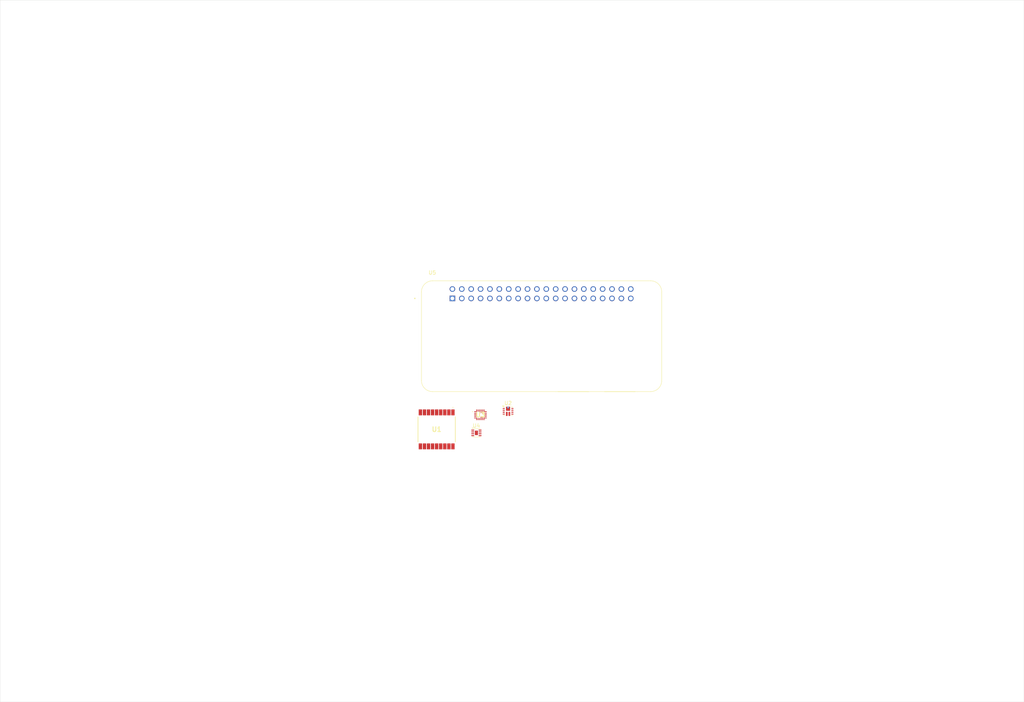
<source format=kicad_pcb>
(kicad_pcb (version 20241229) (generator "pcbnew") (generator_version "9.0")
  (layers (0 "F.Cu" signal) (2 "B.Cu" signal) (13 "F.Paste" user) (15 "B.Paste" user) (5 "F.SilkS" user "F.Silkscreen") (7 "B.SilkS" user "B.Silkscreen") (1 "F.Mask" user) (3 "B.Mask" user) (25 "Edge.Cuts" user))
  (net 0 "")
  (net 1 "Net-(U1-VCC)")
  (net 2 "GND")
  (net 4 "/GNSS/I2C_{GNSS}.SCL")
  (net 5 "/GNSS/SERIAL_{GNSS}.TX")
  (net 9 "/CPU/3V3_{OUT}")
  (net 11 "/GNSS/SERIAL_{GNSS}.RX")
  (net 12 "/CPU/I2C_{BUS}.SDA")
  (net 13 "/GNSS/I2C_{GNSS}.SDA")
  (net 15 "Net-(U2-COMP)")
  (net 16 "Net-(U2-FSW)")
  (net 17 "/Power Management/V_{LOAD}")
  (net 18 "Net-(U2-SW)")
  (net 19 "Net-(U2-VCC)")
  (net 20 "Net-(U2-FB)")
  (net 21 "Net-(U2-ILIM)")
  (net 22 "/SMPS/EN")
  (net 23 "+5V")
  (net 24 "Net-(U2-BOOT)")
  (net 27 "Net-(U3-PMID)")
  (net 29 "/CPU/5V_{IN}")
  (net 30 "/Power Management/V_{CHARG}")
  (net 35 "Net-(U3-SW)")
  (net 36 "Net-(U3-BTST)")
  (net 37 "/Power Management/V_{BATT}")
  (net 38 "Net-(U3-REGN)")
  (net 39 "Net-(U3-ILIM)")
  (net 43 "/CPU/I2C_{BUS}.SCL")
  (footprint "Package_DFN_QFN:Texas_VQFN-RNR0011A-11" (layer "F.Cu") (at 147.435 121.325)
    (property "Reference" "U2" (at 0 -2.2 0) (layer "F.SilkS"))
    (property "Value" "TPS61089")
    (fp_line (start -1.3 1.16) (end -0.835 1.16) (stroke (width 0.12)) (layer "F.SilkS"))
    (fp_line (start -1 -1.16) (end -0.81 -1.16) (stroke (width 0.12)) (layer "F.SilkS"))
    (fp_line (start 0.81 -1.16) (end 1.3 -1.16) (stroke (width 0.12)) (layer "F.SilkS"))
    (fp_line (start 0.835 1.16) (end 1.3 1.16) (stroke (width 0.12)) (layer "F.SilkS"))
    (fp_poly (pts (xy -1.3 -1.16) (xy -1.54 -1.49) (xy -1.06 -1.49) (xy -1.3 -1.16)) (stroke (width 0.12)) (fill yes) (layer "F.SilkS"))
    (pad "1" smd roundrect (at -1.175 -0.75) (size 0.55 0.25) (layers "F.Cu" "F.Mask" "F.Paste") (net 16 "Net-(U2-FSW)"))
    (pad "2" smd roundrect (at -1.175 -0.25) (size 0.55 0.25) (layers "F.Cu" "F.Mask" "F.Paste") (net 19 "Net-(U2-VCC)"))
    (pad "3" smd roundrect (at -1.175 0.25) (size 0.55 0.25) (layers "F.Cu" "F.Mask" "F.Paste") (net 20 "Net-(U2-FB)"))
    (pad "4" smd roundrect (at -1.175 0.75) (size 0.55 0.25) (layers "F.Cu" "F.Mask" "F.Paste") (net 15 "Net-(U2-COMP)"))
    (pad "5" smd roundrect (at -0.35 0.7) (size 0.45 1.1) (layers "F.Cu" "F.Mask") (roundrect_rratio 0.12) (net 2 "GND"))
    (pad "6" smd roundrect (at 0.35 0.7) (size 0.45 1.1) (layers "F.Cu" "F.Mask") (roundrect_rratio 0.12) (net 23 "+5V"))
    (pad "7" smd roundrect (at 1.175 0.75 180) (size 0.55 0.25) (layers "F.Cu" "F.Mask" "F.Paste") (net 22 "/SMPS/EN"))
    (pad "8" smd roundrect (at 1.175 0.25 180) (size 0.55 0.25) (layers "F.Cu" "F.Mask" "F.Paste") (net 21 "Net-(U2-ILIM)"))
    (pad "9" smd roundrect (at 1.175 -0.25 180) (size 0.55 0.25) (layers "F.Cu" "F.Mask" "F.Paste") (net 17 "/Power Management/V_{LOAD}"))
    (pad "10" smd roundrect (at 1.175 -0.75 180) (size 0.55 0.25) (layers "F.Cu" "F.Mask" "F.Paste") (net 24 "Net-(U2-BOOT)"))
    (pad "11" thru_hole circle (at 0 -1) (size 0.5 0.5) (drill 0.2) (layers "*.Cu") (net 18 "Net-(U2-SW)"))
    (pad "11" smd roundrect (at 0 -0.7) (size 1.1 1.1) (layers "F.Cu") (roundrect_rratio 0.05) (net 18 "Net-(U2-SW)"))
  )
  (footprint "hwboard-bike-computer:BQ25622ERYKR" (layer "F.Cu") (at 139.96 122.275)
    (property "Reference" "U3" (at 0 0 0) (layer "F.SilkS") (effects (font (size 1.27 1.27) (thickness 0.254))))
    (property "Value" "BQ25622ERYKR" (hide yes))
    (fp_line (start -2.2 -0.85) (end -2.2 -0.85) (stroke (width 0.1)) (layer "F.SilkS"))
    (fp_line (start -2.1 -0.85) (end -2.1 -0.85) (stroke (width 0.1)) (layer "F.SilkS"))
    (fp_arc (start -2.2 -0.85) (mid -2.15 -0.9) (end -2.1 -0.85) (stroke (width 0.1)) (layer "F.SilkS"))
    (fp_arc (start -2.1 -0.85) (mid -2.15 -0.8) (end -2.2 -0.85) (stroke (width 0.1)) (layer "F.SilkS"))
    (pad "1" smd rect (at -1.313 -0.85 90) (size 0.2 0.775) (layers "F.Cu" "F.Mask" "F.Paste") (net 36 "Net-(U3-BTST)"))
    (pad "2" smd rect (at -1.388 -0.393 90) (size 0.2 0.625) (layers "F.Cu" "F.Mask" "F.Paste") (net 38 "Net-(U3-REGN)"))
    (pad "3" smd rect (at -1.388 0 90) (size 0.2 0.625) (layers "F.Cu" "F.Mask" "F.Paste"))
    (pad "4" smd rect (at -1.388 0.407 90) (size 0.2 0.625) (layers "F.Cu" "F.Mask" "F.Paste") (net 39 "Net-(U3-ILIM)"))
    (pad "5" smd rect (at -1.313 0.85 90) (size 0.2 0.775) (layers "F.Cu" "F.Mask" "F.Paste"))
    (pad "6" smd rect (at -0.625 1.15) (size 0.2 0.6) (layers "F.Cu" "F.Mask" "F.Paste"))
    (pad "7" smd rect (at -0.225 1.15) (size 0.2 0.6) (layers "F.Cu" "F.Mask" "F.Paste"))
    (pad "8" smd rect (at 0.175 0.95) (size 0.2 1) (layers "F.Cu" "F.Mask" "F.Paste") (net 37 "/Power Management/V_{BATT}"))
    (pad "9" smd rect (at 0.575 0.95) (size 0.2 1) (layers "F.Cu" "F.Mask" "F.Paste") (net 17 "/Power Management/V_{LOAD}"))
    (pad "10" smd rect (at 1.288 0.85 90) (size 0.2 0.825) (layers "F.Cu" "F.Mask" "F.Paste"))
    (pad "11" smd rect (at 1.4 0.407 90) (size 0.2 0.6) (layers "F.Cu" "F.Mask" "F.Paste"))
    (pad "12" smd rect (at 1.4 0 90) (size 0.2 0.6) (layers "F.Cu" "F.Mask" "F.Paste"))
    (pad "13" smd rect (at 1.4 -0.393 90) (size 0.2 0.6) (layers "F.Cu" "F.Mask" "F.Paste"))
    (pad "14" smd rect (at 1.288 -0.85 90) (size 0.2 0.825) (layers "F.Cu" "F.Mask" "F.Paste"))
    (pad "15" smd rect (at 0.575 -0.95) (size 0.2 1) (layers "F.Cu" "F.Mask" "F.Paste") (net 2 "GND"))
    (pad "16" smd rect (at 0.175 -0.95) (size 0.2 1) (layers "F.Cu" "F.Mask" "F.Paste") (net 35 "Net-(U3-SW)"))
    (pad "17" smd rect (at -0.225 -0.95) (size 0.2 1) (layers "F.Cu" "F.Mask" "F.Paste") (net 27 "Net-(U3-PMID)"))
    (pad "18" smd rect (at -0.625 -1.141) (size 0.2 0.6) (layers "F.Cu" "F.Mask" "F.Paste") (net 30 "/Power Management/V_{CHARG}"))
    (pad "19" smd rect (at -1.025 -1.2) (size 0.2 0.5) (layers "F.Cu" "F.Mask" "F.Paste"))
    (pad "20" smd rect (at -1.025 1.2) (size 0.2 0.5) (layers "F.Cu" "F.Mask" "F.Paste"))
    (pad "21" smd rect (at 0.975 1.2) (size 0.2 0.5) (layers "F.Cu" "F.Mask" "F.Paste"))
    (pad "22" smd rect (at 0.975 -1.2) (size 0.2 0.5) (layers "F.Cu" "F.Mask" "F.Paste"))
  )
  (footprint "hwboard-bike-computer:TESEOLIV3R" (layer "F.Cu") (at 128.11 126.225)
    (property "Reference" "U1" (at 0 0 0) (layer "F.SilkS") (effects (font (size 1.27 1.27) (thickness 0.254))))
    (property "Value" "TESEO-LIV3R" (hide yes))
    (fp_line (start -5.05 -3.4) (end -5.05 3.4) (stroke (width 0.2)) (layer "F.SilkS"))
    (fp_line (start 4.4 -6) (end 4.4 -6) (stroke (width 0.1)) (layer "F.SilkS"))
    (fp_line (start 4.4 -5.9) (end 4.4 -5.9) (stroke (width 0.1)) (layer "F.SilkS"))
    (fp_line (start 5.05 -3.4) (end 5.05 3.4) (stroke (width 0.2)) (layer "F.SilkS"))
    (fp_arc (start 4.4 -6) (mid 4.45 -5.95) (end 4.4 -5.9) (stroke (width 0.1)) (layer "F.SilkS"))
    (fp_arc (start 4.4 -5.9) (mid 4.35 -5.95) (end 4.4 -6) (stroke (width 0.1)) (layer "F.SilkS"))
    (pad "1" smd rect (at 4.4 -4.6) (size 0.9 1.6) (layers "F.Cu" "F.Mask" "F.Paste") (net 2 "GND"))
    (pad "2" smd rect (at 3.3 -4.6) (size 0.9 1.6) (layers "F.Cu" "F.Mask" "F.Paste") (net 11 "/GNSS/SERIAL_{GNSS}.RX"))
    (pad "3" smd rect (at 2.2 -4.6) (size 0.9 1.6) (layers "F.Cu" "F.Mask" "F.Paste") (net 5 "/GNSS/SERIAL_{GNSS}.TX"))
    (pad "4" smd rect (at 1.1 -4.6) (size 0.9 1.6) (layers "F.Cu" "F.Mask" "F.Paste"))
    (pad "5" smd rect (at 0 -4.6) (size 0.9 1.6) (layers "F.Cu" "F.Mask" "F.Paste"))
    (pad "6" smd rect (at -1.1 -4.6) (size 0.9 1.6) (layers "F.Cu" "F.Mask" "F.Paste") (net 1 "Net-(U1-VCC)"))
    (pad "7" smd rect (at -2.2 -4.6) (size 0.9 1.6) (layers "F.Cu" "F.Mask" "F.Paste") (net 1 "Net-(U1-VCC)"))
    (pad "8" smd rect (at -3.3 -4.6) (size 0.9 1.6) (layers "F.Cu" "F.Mask" "F.Paste") (net 1 "Net-(U1-VCC)"))
    (pad "9" smd rect (at -4.4 -4.6) (size 0.9 1.6) (layers "F.Cu" "F.Mask" "F.Paste"))
    (pad "10" smd rect (at -4.4 4.6) (size 0.9 1.6) (layers "F.Cu" "F.Mask" "F.Paste") (net 2 "GND"))
    (pad "11" smd rect (at -3.3 4.6) (size 0.9 1.6) (layers "F.Cu" "F.Mask" "F.Paste"))
    (pad "12" smd rect (at -2.2 4.6) (size 0.9 1.6) (layers "F.Cu" "F.Mask" "F.Paste") (net 2 "GND"))
    (pad "13" smd rect (at -1.1 4.6) (size 0.9 1.6) (layers "F.Cu" "F.Mask" "F.Paste"))
    (pad "14" smd rect (at 0 4.6) (size 0.9 1.6) (layers "F.Cu" "F.Mask" "F.Paste"))
    (pad "15" smd rect (at 1.1 4.6) (size 0.9 1.6) (layers "F.Cu" "F.Mask" "F.Paste"))
    (pad "16" smd rect (at 2.2 4.6) (size 0.9 1.6) (layers "F.Cu" "F.Mask" "F.Paste") (net 13 "/GNSS/I2C_{GNSS}.SDA"))
    (pad "17" smd rect (at 3.3 4.6) (size 0.9 1.6) (layers "F.Cu" "F.Mask" "F.Paste") (net 4 "/GNSS/I2C_{GNSS}.SCL"))
    (pad "18" smd rect (at 4.4 4.6) (size 0.9 1.6) (layers "F.Cu" "F.Mask" "F.Paste"))
  )
  (footprint "hwboard-bike-computer:MODULE_RASPBERRY_PI_ZERO_2_W" (layer "F.Cu") (at 156.5 101)
    (property "Reference" "U5" (at -29.569 -17.2162 0) (layer "F.SilkS") (effects (font (size 1.00189 1.00189))))
    (property "Value" "RASPBERRY_PI_ZERO_2_W")
    (fp_line (start -32.5 -12) (end -32.5 12) (stroke (width 0.127)) (layer "F.SilkS"))
    (fp_line (start -29.5 15) (end 29.5 15) (stroke (width 0.127)) (layer "F.SilkS"))
    (fp_line (start 4.4 15) (end 12.75 15) (stroke (width 0.127)) (layer "F.SilkS"))
    (fp_line (start 17 15) (end 25.35 15) (stroke (width 0.127)) (layer "F.SilkS"))
    (fp_line (start 29.5 -15) (end -29.5 -15) (stroke (width 0.127)) (layer "F.SilkS"))
    (fp_line (start 32.5 12) (end 32.5 -12) (stroke (width 0.127)) (layer "F.SilkS"))
    (fp_arc (start -32.5 -12) (mid -31.62132 -14.12132) (end -29.5 -15) (stroke (width 0.127)) (layer "F.SilkS"))
    (fp_arc (start -29.5 15) (mid -31.62132 14.12132) (end -32.5 12) (stroke (width 0.127)) (layer "F.SilkS"))
    (fp_arc (start 29.5 -15) (mid 31.62132 -14.12132) (end 32.5 -12) (stroke (width 0.127)) (layer "F.SilkS"))
    (fp_arc (start 32.5 12) (mid 31.62132 14.12132) (end 29.5 15) (stroke (width 0.127)) (layer "F.SilkS"))
    (fp_circle (center -34.29 -10.23) (end -34.19 -10.23) (stroke (width 0.2)) (fill no) (layer "F.SilkS"))
    (pad "" np_thru_hole circle (at -29 -11.5) (size 2.75 2.75) (drill 2.75) (layers "*.Cu" "*.Mask"))
    (pad "" np_thru_hole circle (at -29 11.5) (size 2.75 2.75) (drill 2.75) (layers "*.Cu" "*.Mask"))
    (pad "" np_thru_hole circle (at 29 -11.5) (size 2.75 2.75) (drill 2.75) (layers "*.Cu" "*.Mask"))
    (pad "" np_thru_hole circle (at 29 11.5) (size 2.75 2.75) (drill 2.75) (layers "*.Cu" "*.Mask"))
    (pad "1" thru_hole rect (at -24.13 -10.23) (size 1.508 1.508) (drill 1) (layers "*.Cu" "*.Mask") (net 9 "/CPU/3V3_{OUT}"))
    (pad "2" thru_hole circle (at -24.13 -12.77) (size 1.508 1.508) (drill 1) (layers "*.Cu" "*.Mask") (net 29 "/CPU/5V_{IN}"))
    (pad "3" thru_hole circle (at -21.59 -10.23) (size 1.508 1.508) (drill 1) (layers "*.Cu" "*.Mask") (net 12 "/CPU/I2C_{BUS}.SDA"))
    (pad "4" thru_hole circle (at -21.59 -12.77) (size 1.508 1.508) (drill 1) (layers "*.Cu" "*.Mask") (net 29 "/CPU/5V_{IN}"))
    (pad "5" thru_hole circle (at -19.05 -10.23) (size 1.508 1.508) (drill 1) (layers "*.Cu" "*.Mask") (net 43 "/CPU/I2C_{BUS}.SCL"))
    (pad "6" thru_hole circle (at -19.05 -12.77) (size 1.508 1.508) (drill 1) (layers "*.Cu" "*.Mask") (net 2 "GND"))
    (pad "7" thru_hole circle (at -16.51 -10.23) (size 1.508 1.508) (drill 1) (layers "*.Cu" "*.Mask"))
    (pad "8" thru_hole circle (at -16.51 -12.77) (size 1.508 1.508) (drill 1) (layers "*.Cu" "*.Mask"))
    (pad "9" thru_hole circle (at -13.97 -10.23) (size 1.508 1.508) (drill 1) (layers "*.Cu" "*.Mask") (net 2 "GND"))
    (pad "10" thru_hole circle (at -13.97 -12.77) (size 1.508 1.508) (drill 1) (layers "*.Cu" "*.Mask"))
    (pad "11" thru_hole circle (at -11.43 -10.23) (size 1.508 1.508) (drill 1) (layers "*.Cu" "*.Mask"))
    (pad "12" thru_hole circle (at -11.43 -12.77) (size 1.508 1.508) (drill 1) (layers "*.Cu" "*.Mask"))
    (pad "13" thru_hole circle (at -8.89 -10.23) (size 1.508 1.508) (drill 1) (layers "*.Cu" "*.Mask"))
    (pad "14" thru_hole circle (at -8.89 -12.77) (size 1.508 1.508) (drill 1) (layers "*.Cu" "*.Mask") (net 2 "GND"))
    (pad "15" thru_hole circle (at -6.35 -10.23) (size 1.508 1.508) (drill 1) (layers "*.Cu" "*.Mask"))
    (pad "16" thru_hole circle (at -6.35 -12.77) (size 1.508 1.508) (drill 1) (layers "*.Cu" "*.Mask"))
    (pad "17" thru_hole circle (at -3.81 -10.23) (size 1.508 1.508) (drill 1) (layers "*.Cu" "*.Mask") (net 9 "/CPU/3V3_{OUT}"))
    (pad "18" thru_hole circle (at -3.81 -12.77) (size 1.508 1.508) (drill 1) (layers "*.Cu" "*.Mask"))
    (pad "19" thru_hole circle (at -1.27 -10.23) (size 1.508 1.508) (drill 1) (layers "*.Cu" "*.Mask"))
    (pad "20" thru_hole circle (at -1.27 -12.77) (size 1.508 1.508) (drill 1) (layers "*.Cu" "*.Mask") (net 2 "GND"))
    (pad "21" thru_hole circle (at 1.27 -10.23) (size 1.508 1.508) (drill 1) (layers "*.Cu" "*.Mask"))
    (pad "22" thru_hole circle (at 1.27 -12.77) (size 1.508 1.508) (drill 1) (layers "*.Cu" "*.Mask"))
    (pad "23" thru_hole circle (at 3.81 -10.23) (size 1.508 1.508) (drill 1) (layers "*.Cu" "*.Mask"))
    (pad "24" thru_hole circle (at 3.81 -12.77) (size 1.508 1.508) (drill 1) (layers "*.Cu" "*.Mask"))
    (pad "25" thru_hole circle (at 6.35 -10.23) (size 1.508 1.508) (drill 1) (layers "*.Cu" "*.Mask") (net 2 "GND"))
    (pad "26" thru_hole circle (at 6.35 -12.77) (size 1.508 1.508) (drill 1) (layers "*.Cu" "*.Mask"))
    (pad "27" thru_hole circle (at 8.89 -10.23) (size 1.508 1.508) (drill 1) (layers "*.Cu" "*.Mask"))
    (pad "28" thru_hole circle (at 8.89 -12.77) (size 1.508 1.508) (drill 1) (layers "*.Cu" "*.Mask"))
    (pad "29" thru_hole circle (at 11.43 -10.23) (size 1.508 1.508) (drill 1) (layers "*.Cu" "*.Mask"))
    (pad "30" thru_hole circle (at 11.43 -12.77) (size 1.508 1.508) (drill 1) (layers "*.Cu" "*.Mask") (net 2 "GND"))
    (pad "31" thru_hole circle (at 13.97 -10.23) (size 1.508 1.508) (drill 1) (layers "*.Cu" "*.Mask"))
    (pad "32" thru_hole circle (at 13.97 -12.77) (size 1.508 1.508) (drill 1) (layers "*.Cu" "*.Mask"))
    (pad "33" thru_hole circle (at 16.51 -10.23) (size 1.508 1.508) (drill 1) (layers "*.Cu" "*.Mask"))
    (pad "34" thru_hole circle (at 16.51 -12.77) (size 1.508 1.508) (drill 1) (layers "*.Cu" "*.Mask") (net 2 "GND"))
    (pad "35" thru_hole circle (at 19.05 -10.23) (size 1.508 1.508) (drill 1) (layers "*.Cu" "*.Mask"))
    (pad "36" thru_hole circle (at 19.05 -12.77) (size 1.508 1.508) (drill 1) (layers "*.Cu" "*.Mask"))
    (pad "37" thru_hole circle (at 21.59 -10.23) (size 1.508 1.508) (drill 1) (layers "*.Cu" "*.Mask"))
    (pad "38" thru_hole circle (at 21.59 -12.77) (size 1.508 1.508) (drill 1) (layers "*.Cu" "*.Mask"))
    (pad "39" thru_hole circle (at 24.13 -10.23) (size 1.508 1.508) (drill 1) (layers "*.Cu" "*.Mask") (net 2 "GND"))
    (pad "40" thru_hole circle (at 24.13 -12.77) (size 1.508 1.508) (drill 1) (layers "*.Cu" "*.Mask"))
  )
  (footprint "Package_DFN_QFN:TDFN-8-1EP_2x2mm_P0.5mm_EP0.8x1.2mm" (layer "F.Cu") (at 138.865 127.165)
    (property "Reference" "U4" (at 0 -1.95 0) (layer "F.SilkS"))
    (property "Value" "MAX17048G+")
    (fp_line (start -0.695568 -1.135) (end 1.11 -1.135) (stroke (width 0.12)) (layer "F.SilkS"))
    (fp_line (start 1.11 1.135) (end -1.11 1.135) (stroke (width 0.12)) (layer "F.SilkS"))
    (fp_poly (pts (xy -0.99 -1.14) (xy -1.13 -1.33) (xy -0.85 -1.33)) (stroke (width 0.12)) (fill yes) (layer "F.SilkS"))
    (pad "1" smd roundrect (at -0.9875 -0.75) (size 0.775 0.25) (layers "F.Cu" "F.Mask" "F.Paste") (net 2 "GND"))
    (pad "2" smd roundrect (at -0.9875 -0.25) (size 0.775 0.25) (layers "F.Cu" "F.Mask" "F.Paste") (net 37 "/Power Management/V_{BATT}"))
    (pad "3" smd roundrect (at -0.9875 0.25) (size 0.775 0.25) (layers "F.Cu" "F.Mask" "F.Paste") (net 37 "/Power Management/V_{BATT}"))
    (pad "4" smd roundrect (at -0.9875 0.75) (size 0.775 0.25) (layers "F.Cu" "F.Mask" "F.Paste") (net 2 "GND"))
    (pad "5" smd roundrect (at 0.9875 0.75) (size 0.775 0.25) (layers "F.Cu" "F.Mask" "F.Paste"))
    (pad "6" smd roundrect (at 0.9875 0.25) (size 0.775 0.25) (layers "F.Cu" "F.Mask" "F.Paste") (net 2 "GND"))
    (pad "7" smd roundrect (at 0.9875 -0.25) (size 0.775 0.25) (layers "F.Cu" "F.Mask" "F.Paste"))
    (pad "8" smd roundrect (at 0.9875 -0.75) (size 0.775 0.25) (layers "F.Cu" "F.Mask" "F.Paste"))
    (pad "9" smd rect (at 0 0) (size 0.8 1.2) (property pad_prop_heatsink) (layers "F.Cu" "F.Mask") (net 2 "GND"))
  )
  (gr_rect (start 10 10) (end 287 200) (stroke (width 0.05)) (fill no) (layer "Edge.Cuts"))
)
</source>
